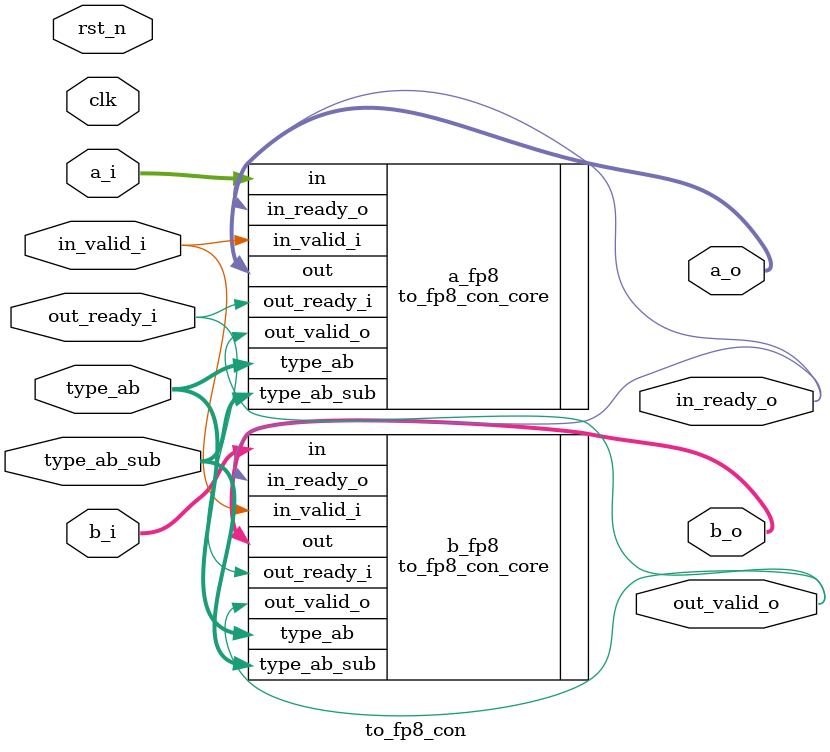
<source format=v>
`timescale 1ns/1ns
`include "define.v"
module to_fp8_con(
        input                                     clk              ,
        input                                     rst_n            ,

        input     [4:0]                         type_ab,
        input     [2:0]                         type_ab_sub,

        //input   [`MATRIX_BUS_WIDTH-1:0]           a_i            ,
        //input   [`MATRIX_BUS_WIDTH-1:0]           b_i            ,
        input   [31:0]           a_i            ,
        input   [31:0]           b_i            ,
        //output   [`MATRIX_BUS_WIDTH*`FP9E5M3/`FP8-1:0]           a_o            ,
        //output   [`MATRIX_BUS_WIDTH*`FP9E5M3/`FP8-1:0]           b_o            ,
        output [35:0]                     a_o ,
        output [35:0]                     b_o,

        input                                     in_valid_i       ,
        input                                     out_ready_i      ,

        output                                    in_ready_o       ,
        output                                    out_valid_o
    );

    to_fp8_con_core a_fp8(
                        .type_ab(type_ab),
                        .type_ab_sub(type_ab_sub),
                        .in(a_i),
                        .out(a_o),
                        .in_ready_o(in_ready_o),
                        .in_valid_i(in_valid_i),
                        .out_ready_i(out_ready_i),
                        .out_valid_o(out_valid_o)

                    );
    to_fp8_con_core b_fp8(
                        .type_ab(type_ab),
                        .type_ab_sub(type_ab_sub),
                        .in(b_i),
                        .out(b_o),
                        .in_ready_o(in_ready_o),
                        .in_valid_i(in_valid_i),
                        .out_ready_i(out_ready_i),
                        .out_valid_o(out_valid_o)
                    );


endmodule

</source>
